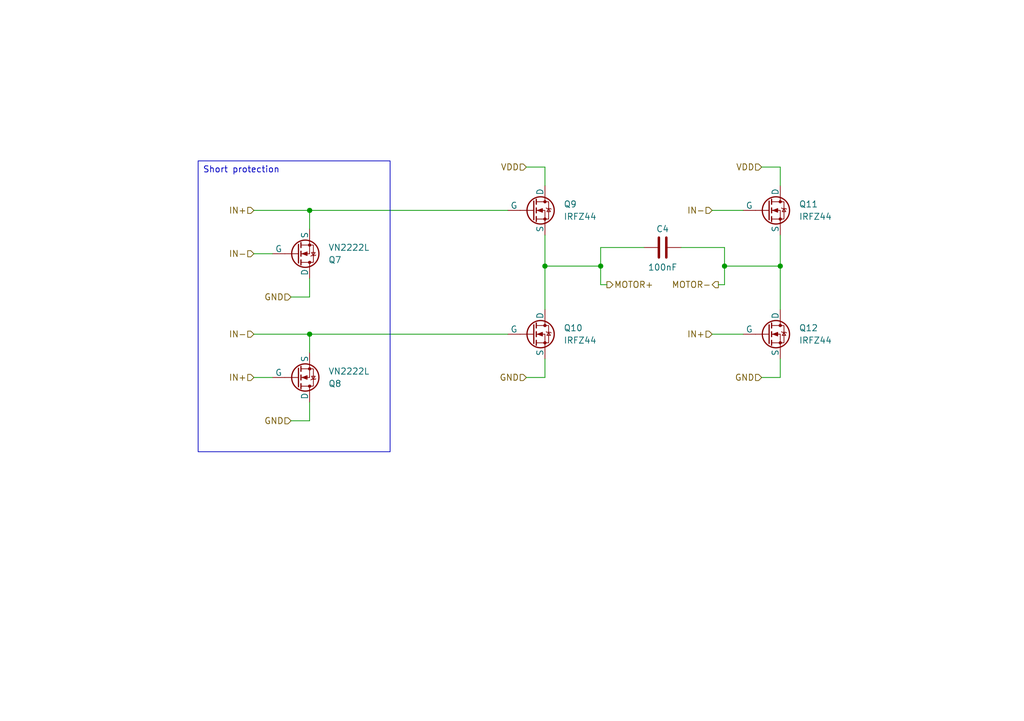
<source format=kicad_sch>
(kicad_sch (version 20250114) (generator "eeschema") (generator_version "9.0")
  (paper "A5")
  (title_block (title "H-Bridge") (date "2025-06-05") (rev "A") (company "Team 5") (comment 1 "George Sleen"))
  (lib_symbols
    (symbol "GS_Capacitor_THT:C_THT_100nF" (pin_numbers (hide yes)) (pin_names (offset 0.254))
      (property "Reference" "C" (at 0.635 2.54 0))
      (property "Value" "100nF" (at 0.635 -2.54 0))
      (symbol "C_THT_100nF_0_1"
        (polyline (pts (xy -2.032 0.762) (xy 2.032 0.762)) (stroke (width 0.508)))
        (polyline (pts (xy -2.032 -0.762) (xy 2.032 -0.762)) (stroke (width 0.508)))
      )
      (symbol "C_THT_100nF_1_1"
        (pin passive line (at 0 3.81 270) (length 2.794) (name "~") (number "1"))
        (pin passive line (at 0 -3.81 90) (length 2.794) (name "~") (number "2"))
      )
    )
    (symbol "GS_Transistors:MOSFET_N-Ch_60V_0.23A_7500mR" (pin_numbers (hide yes)) (pin_names (offset 0))
      (property "Reference" "Q" (at 5.08 1.27 0))
      (property "Value" "VN2222L" (at 5.08 -1.27 0))
      (symbol "MOSFET_N-Ch_60V_0.23A_7500mR_0_1"
        (polyline (pts (xy 0.254 1.905) (xy 0.254 -1.905)) (stroke (width 0.254)))
        (polyline (pts (xy 0.254 0) (xy -2.54 0)))
        (polyline (pts (xy 0.762 2.286) (xy 0.762 1.27)) (stroke (width 0.254)))
        (polyline (pts (xy 0.762 0.508) (xy 0.762 -0.508)) (stroke (width 0.254)))
        (polyline (pts (xy 0.762 -1.27) (xy 0.762 -2.286)) (stroke (width 0.254)))
        (polyline (pts (xy 0.762 -1.778) (xy 3.302 -1.778) (xy 3.302 1.778) (xy 0.762 1.778)))
        (polyline (pts (xy 1.016 0) (xy 2.032 0.381) (xy 2.032 -0.381) (xy 1.016 0)) (fill (type outline)))
        (circle (center 1.651 0) (radius 2.794) (stroke (width 0.254)))
        (polyline (pts (xy 2.54 2.54) (xy 2.54 1.778)))
        (circle (center 2.54 1.778) (radius 0.254) (fill (type outline)))
        (circle (center 2.54 -1.778) (radius 0.254) (fill (type outline)))
        (polyline (pts (xy 2.54 -2.54) (xy 2.54 0) (xy 0.762 0)))
        (polyline (pts (xy 2.794 0.508) (xy 2.921 0.381) (xy 3.683 0.381) (xy 3.81 0.254)))
        (polyline (pts (xy 3.302 0.381) (xy 2.921 -0.254) (xy 3.683 -0.254) (xy 3.302 0.381)))
      )
      (symbol "MOSFET_N-Ch_60V_0.23A_7500mR_1_1"
        (pin input line (at -5.08 0 0) (length 2.54) (name "G") (number "2"))
        (pin passive line (at 2.54 5.08 270) (length 2.54) (name "D") (number "3"))
        (pin passive line (at 2.54 -5.08 90) (length 2.54) (name "S") (number "1"))
      )
    )
    (symbol "GS_Transistors:MOSFET_N-Ch_60V_48A_23mR" (pin_numbers (hide yes)) (pin_names (offset 0))
      (property "Reference" "Q" (at 5.08 1.27 0))
      (property "Value" "IRFZ44" (at 5.08 -1.27 0))
      (symbol "MOSFET_N-Ch_60V_48A_23mR_0_1"
        (polyline (pts (xy 0.254 1.905) (xy 0.254 -1.905)) (stroke (width 0.254)))
        (polyline (pts (xy 0.254 0) (xy -2.54 0)))
        (polyline (pts (xy 0.762 2.286) (xy 0.762 1.27)) (stroke (width 0.254)))
        (polyline (pts (xy 0.762 0.508) (xy 0.762 -0.508)) (stroke (width 0.254)))
        (polyline (pts (xy 0.762 -1.27) (xy 0.762 -2.286)) (stroke (width 0.254)))
        (polyline (pts (xy 0.762 -1.778) (xy 3.302 -1.778) (xy 3.302 1.778) (xy 0.762 1.778)))
        (polyline (pts (xy 1.016 0) (xy 2.032 0.381) (xy 2.032 -0.381) (xy 1.016 0)) (fill (type outline)))
        (circle (center 1.651 0) (radius 2.794) (stroke (width 0.254)))
        (polyline (pts (xy 2.54 2.54) (xy 2.54 1.778)))
        (circle (center 2.54 1.778) (radius 0.254) (fill (type outline)))
        (circle (center 2.54 -1.778) (radius 0.254) (fill (type outline)))
        (polyline (pts (xy 2.54 -2.54) (xy 2.54 0) (xy 0.762 0)))
        (polyline (pts (xy 2.794 0.508) (xy 2.921 0.381) (xy 3.683 0.381) (xy 3.81 0.254)))
        (polyline (pts (xy 3.302 0.381) (xy 2.921 -0.254) (xy 3.683 -0.254) (xy 3.302 0.381)))
      )
      (symbol "MOSFET_N-Ch_60V_48A_23mR_1_1"
        (pin input line (at -5.08 0 0) (length 2.54) (name "G") (number "1"))
        (pin passive line (at 2.54 5.08 270) (length 2.54) (name "D") (number "2"))
        (pin passive line (at 2.54 -5.08 90) (length 2.54) (name "S") (number "3"))
      )
    )
  )
  (text_box "Short protection" (at 40.64 33.02 0) (size 39.37 59.69) (margins 0.9525 0.9525 0.9525 0.9525) (effects (font (size 1.27 1.27)) (justify left top)))
  (junction (at 111.76 54.61))
  (junction (at 63.5 43.18))
  (junction (at 123.19 54.61))
  (junction (at 160.02 54.61))
  (junction (at 148.59 54.61))
  (junction (at 63.5 68.58))
  (wire (pts (xy 148.59 58.42) (xy 148.59 54.61)))
  (wire (pts (xy 148.59 54.61) (xy 160.02 54.61)))
  (wire (pts (xy 63.5 60.96) (xy 63.5 57.15)))
  (wire (pts (xy 111.76 77.47) (xy 111.76 73.66)))
  (wire (pts (xy 123.19 50.8) (xy 123.19 54.61)))
  (wire (pts (xy 148.59 50.8) (xy 139.7 50.8)))
  (wire (pts (xy 123.19 58.42) (xy 124.46 58.42)))
  (wire (pts (xy 52.07 52.07) (xy 55.88 52.07)))
  (wire (pts (xy 52.07 43.18) (xy 63.5 43.18)))
  (wire (pts (xy 52.07 77.47) (xy 55.88 77.47)))
  (wire (pts (xy 111.76 48.26) (xy 111.76 54.61)))
  (wire (pts (xy 107.95 34.29) (xy 111.76 34.29)))
  (wire (pts (xy 146.05 68.58) (xy 152.4 68.58)))
  (wire (pts (xy 59.69 60.96) (xy 63.5 60.96)))
  (wire (pts (xy 148.59 50.8) (xy 148.59 54.61)))
  (wire (pts (xy 156.21 77.47) (xy 160.02 77.47)))
  (wire (pts (xy 123.19 50.8) (xy 132.08 50.8)))
  (wire (pts (xy 111.76 54.61) (xy 111.76 63.5)))
  (wire (pts (xy 160.02 77.47) (xy 160.02 73.66)))
  (wire (pts (xy 63.5 43.18) (xy 104.14 43.18)))
  (wire (pts (xy 63.5 68.58) (xy 63.5 72.39)))
  (wire (pts (xy 111.76 54.61) (xy 123.19 54.61)))
  (wire (pts (xy 107.95 77.47) (xy 111.76 77.47)))
  (wire (pts (xy 160.02 34.29) (xy 160.02 38.1)))
  (wire (pts (xy 63.5 43.18) (xy 63.5 46.99)))
  (wire (pts (xy 146.05 43.18) (xy 152.4 43.18)))
  (wire (pts (xy 147.32 58.42) (xy 148.59 58.42)))
  (wire (pts (xy 59.69 86.36) (xy 63.5 86.36)))
  (wire (pts (xy 63.5 86.36) (xy 63.5 82.55)))
  (wire (pts (xy 63.5 68.58) (xy 104.14 68.58)))
  (wire (pts (xy 156.21 34.29) (xy 160.02 34.29)))
  (wire (pts (xy 123.19 58.42) (xy 123.19 54.61)))
  (wire (pts (xy 111.76 34.29) (xy 111.76 38.1)))
  (wire (pts (xy 160.02 54.61) (xy 160.02 63.5)))
  (wire (pts (xy 160.02 48.26) (xy 160.02 54.61)))
  (wire (pts (xy 52.07 68.58) (xy 63.5 68.58)))
  (hierarchical_label "IN-" (shape input) (at 52.07 68.58 180))
  (hierarchical_label "GND" (shape input) (at 156.21 77.47 180))
  (hierarchical_label "MOTOR-" (shape output) (at 147.32 58.42 180))
  (hierarchical_label "IN-" (shape input) (at 52.07 52.07 180))
  (hierarchical_label "GND" (shape input) (at 59.69 86.36 180))
  (hierarchical_label "VDD" (shape input) (at 107.95 34.29 180))
  (hierarchical_label "MOTOR+" (shape output) (at 124.46 58.42 0))
  (hierarchical_label "IN+" (shape input) (at 52.07 43.18 180))
  (hierarchical_label "IN+" (shape input) (at 146.05 68.58 180))
  (hierarchical_label "IN-" (shape input) (at 146.05 43.18 180))
  (hierarchical_label "IN+" (shape input) (at 52.07 77.47 180))
  (hierarchical_label "VDD" (shape input) (at 156.21 34.29 180))
  (hierarchical_label "GND" (shape input) (at 59.69 60.96 180))
  (hierarchical_label "GND" (shape input) (at 107.95 77.47 180))
  (symbol (lib_id "GS_Transistors:MOSFET_N-Ch_60V_48A_23mR") (at 109.22 68.58 0) (unit 1)
    (property "Reference" "Q10" (at 115.57 67.3099 0) (effects (justify left)))
    (property "Value" "IRFZ44" (at 115.57 69.8499 0) (effects (justify left)))
    (property "Footprint" "Package_TO_SOT_THT:TO-220-3_Vertical" (effects (hide yes)))
    (property "Datasheet" "https://www.infineon.com/dgdl/irfz44epbf.pdf?fileId=5546d462533600a40153563b237a2206" (effects (hide yes)))
    (property "Description" "N-MOSFET transistor, drain/source/gate" (effects (hide yes)))
    (property "Sim.Device" "NMOS" (effects (hide yes)))
    (property "Sim.Type" "VDMOS" (effects (hide yes)))
    (property "Sim.Pins" "1=D 2=G 3=S" (effects (hide yes)))
    (instances (project "motor-controller" (path "" (reference "Q10") (unit 1)) (path "" (reference "Q3") (unit 1))))
  )
  (symbol (lib_id "GS_Transistors:MOSFET_N-Ch_60V_48A_23mR") (at 157.48 43.18 0) (unit 1)
    (property "Reference" "Q11" (at 163.83 41.9099 0) (effects (justify left)))
    (property "Value" "IRFZ44" (at 163.83 44.4499 0) (effects (justify left)))
    (property "Footprint" "Package_TO_SOT_THT:TO-220-3_Vertical" (effects (hide yes)))
    (property "Datasheet" "https://www.infineon.com/dgdl/irfz44epbf.pdf?fileId=5546d462533600a40153563b237a2206" (effects (hide yes)))
    (property "Description" "N-MOSFET transistor, drain/source/gate" (effects (hide yes)))
    (property "Sim.Device" "NMOS" (effects (hide yes)))
    (property "Sim.Type" "VDMOS" (effects (hide yes)))
    (property "Sim.Pins" "1=D 2=G 3=S" (effects (hide yes)))
    (instances (project "motor-controller" (path "" (reference "Q11") (unit 1)) (path "" (reference "Q2") (unit 1))))
  )
  (symbol (lib_id "GS_Transistors:MOSFET_N-Ch_60V_48A_23mR") (at 157.48 68.58 0) (unit 1)
    (property "Reference" "Q12" (at 163.83 67.3099 0) (effects (justify left)))
    (property "Value" "IRFZ44" (at 163.83 69.8499 0) (effects (justify left)))
    (property "Footprint" "Package_TO_SOT_THT:TO-220-3_Vertical" (effects (hide yes)))
    (property "Datasheet" "https://www.infineon.com/dgdl/irfz44epbf.pdf?fileId=5546d462533600a40153563b237a2206" (effects (hide yes)))
    (property "Description" "N-MOSFET transistor, drain/source/gate" (effects (hide yes)))
    (property "Sim.Device" "NMOS" (effects (hide yes)))
    (property "Sim.Type" "VDMOS" (effects (hide yes)))
    (property "Sim.Pins" "1=D 2=G 3=S" (effects (hide yes)))
    (instances (project "motor-controller" (path "" (reference "Q12") (unit 1)) (path "" (reference "Q4") (unit 1))))
  )
  (symbol (lib_id "GS_Capacitor_THT:C_THT_100nF") (at 135.89 50.8 90) (mirror x) (unit 1)
    (property "Reference" "C4" (at 135.89 46.99 90))
    (property "Value" "100nF" (at 135.89 54.864 90))
    (property "Footprint" "Capacitor_THT:C_Disc_D3.0mm_W2.0mm_P2.50mm" (effects (hide yes)))
    (property "Description" "100nF Unpolarized Capacitor" (effects (hide yes)))
    (instances (project "motor-controller" (path "" (reference "C4") (unit 1)) (path "" (reference "C?") (unit 1))))
  )
  (symbol (lib_id "GS_Transistors:MOSFET_N-Ch_60V_0.23A_7500mR") (at 60.96 52.07 0) (mirror x) (unit 1)
    (property "Reference" "Q7" (at 67.31 53.3401 0) (effects (justify left)))
    (property "Value" "VN2222L" (at 67.31 50.8001 0) (effects (justify left)))
    (property "Footprint" "Package_TO_SOT_THT:TO-92_Inline" (effects (hide yes)))
    (property "Datasheet" "https://ww1.microchip.com/downloads/en/DeviceDoc/VN2222LL%20B082013.pdf" (effects (hide yes)))
    (property "Description" "N-MOSFET transistor" (effects (hide yes)))
    (instances (project "motor-controller" (path "" (reference "Q7") (unit 1)) (path "" (reference "Q5") (unit 1))))
  )
  (symbol (lib_id "GS_Transistors:MOSFET_N-Ch_60V_48A_23mR") (at 109.22 43.18 0) (unit 1)
    (property "Reference" "Q9" (at 115.57 41.9099 0) (effects (justify left)))
    (property "Value" "IRFZ44" (at 115.57 44.4499 0) (effects (justify left)))
    (property "Footprint" "Package_TO_SOT_THT:TO-220-3_Vertical" (effects (hide yes)))
    (property "Datasheet" "https://www.infineon.com/dgdl/irfz44epbf.pdf?fileId=5546d462533600a40153563b237a2206" (effects (hide yes)))
    (property "Description" "N-MOSFET transistor, drain/source/gate" (effects (hide yes)))
    (property "Sim.Device" "NMOS" (effects (hide yes)))
    (property "Sim.Type" "VDMOS" (effects (hide yes)))
    (property "Sim.Pins" "1=D 2=G 3=S" (effects (hide yes)))
    (instances (project "motor-controller" (path "" (reference "Q9") (unit 1)) (path "" (reference "Q1") (unit 1))))
  )
  (symbol (lib_id "GS_Transistors:MOSFET_N-Ch_60V_0.23A_7500mR") (at 60.96 77.47 0) (mirror x) (unit 1)
    (property "Reference" "Q8" (at 67.31 78.7401 0) (effects (justify left)))
    (property "Value" "VN2222L" (at 67.31 76.2001 0) (effects (justify left)))
    (property "Footprint" "Package_TO_SOT_THT:TO-92_Inline" (effects (hide yes)))
    (property "Datasheet" "https://ww1.microchip.com/downloads/en/DeviceDoc/VN2222LL%20B082013.pdf" (effects (hide yes)))
    (property "Description" "N-MOSFET transistor" (effects (hide yes)))
    (instances (project "motor-controller" (path "" (reference "Q8") (unit 1)) (path "" (reference "Q6") (unit 1))))
  )
)
</source>
